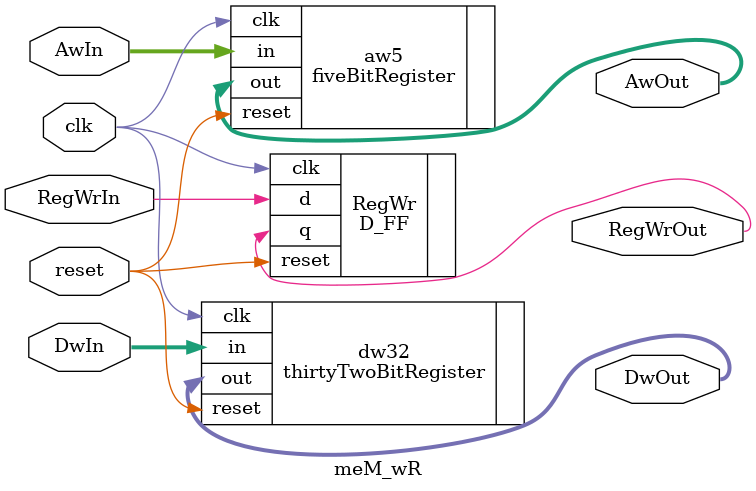
<source format=sv>
/* NAME					|	meM_wR.sv
	-------------------------------------------------------------------------------------------------
	DESCRIPTION       |  pipelined stage 4
 ---------------------------------------------------------------------------------------------------
	PARAMETERS			|	TYPE					|	DESCRIPTION					
 ---------------------------------------------------------------------------------------------------
	DwIn 					|  IN [31:0]			|  DwIn
	AwIn					|  IN [4:0]          |  AwIn 
	clk					|  IN					   |  clk 
	reset					|  IN					   |  reset signal
	RegWrIn				|  IN						|  RegWrIn
	DwOut					|  OUT [31:0]        |  DwOut 
	AwOut					|  OUT [4:0]         |  AwOut 
	RegWrOut				|  OUT  		         |  RegWrOut
	#################################################################################################
	AUTHOR            | Minhhue H Khuu && Tzu-Wei Chuang
	ASSIGNMENT			| Lab 4: MIPS Pipelined CPU
	CLASS					| EE 471
	DATE					| 03/13/2015
	#################################################################################################
*/
module meM_wR(DwOut, AwOut, DwIn, AwIn, clk, reset, RegWrOut, RegWrIn);

	output [31:0] DwOut;
	output [4:0] AwOut;
	output RegWrOut; 
	input [31:0] DwIn;
	input [4:0] AwIn;
	input clk, reset, RegWrIn;
	
	thirtyTwoBitRegister dw32(.out(DwOut), .in(DwIn), .clk, .reset);

	fiveBitRegister aw5(.out(AwOut), .in(AwIn), .clk, .reset);
	
	D_FF RegWr (.q(RegWrOut), .d(RegWrIn), .reset, .clk);
	
endmodule

</source>
